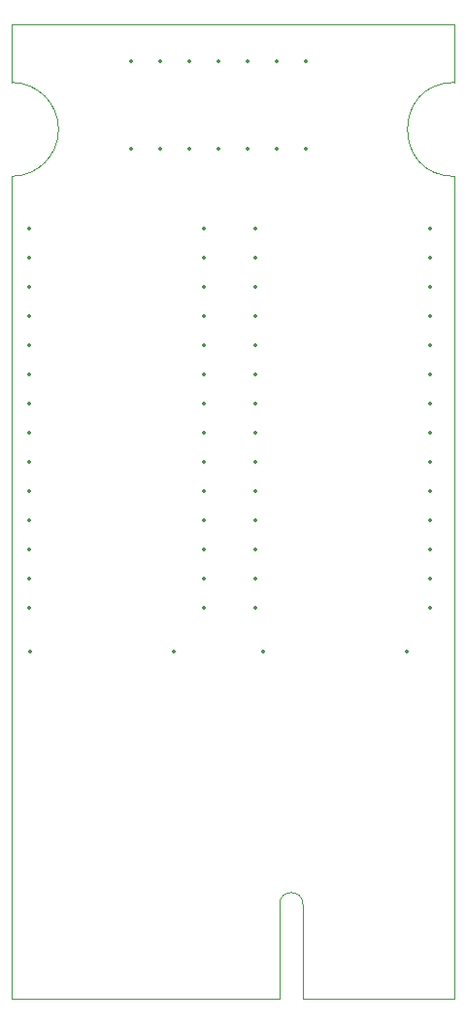
<source format=gko>
%TF.GenerationSoftware,KiCad,Pcbnew,8.0.6+1*%
%TF.CreationDate,2024-12-27T19:01:20+01:00*%
%TF.ProjectId,QL_ROM_Cartridge_original,514c5f52-4f4d-45f4-9361-727472696467,0*%
%TF.SameCoordinates,Original*%
%TF.FileFunction,Profile,NP*%
%FSLAX46Y46*%
G04 Gerber Fmt 4.6, Leading zero omitted, Abs format (unit mm)*
G04 Created by KiCad (PCBNEW 8.0.6+1) date 2024-12-27 19:01:20*
%MOMM*%
%LPD*%
G01*
G04 APERTURE LIST*
%TA.AperFunction,Profile*%
%ADD10C,0.100000*%
%TD*%
%ADD11C,0.350000*%
G04 APERTURE END LIST*
D10*
X100584000Y-59690000D02*
X61976000Y-59690000D01*
X85344000Y-136271000D02*
X85344000Y-144526000D01*
X100584000Y-72898000D02*
X100584000Y-144526000D01*
X85344000Y-144526000D02*
X61976000Y-144526000D01*
X61975990Y-72898760D02*
X61976000Y-144526000D01*
X87376000Y-144526000D02*
X87376000Y-136271000D01*
X100584000Y-144526000D02*
X87376000Y-144526000D01*
X61975990Y-64718440D02*
G75*
G02*
X61975990Y-72898760I10J-4090160D01*
G01*
X61976000Y-59690000D02*
X61976000Y-64719200D01*
X100584000Y-72899520D02*
G75*
G02*
X100584000Y-64719200I0J4090160D01*
G01*
X85344000Y-136271000D02*
G75*
G02*
X87376000Y-136271000I1016000J0D01*
G01*
X100584000Y-64719200D02*
X100584000Y-59690000D01*
D11*
X98425000Y-110490000D03*
X98425000Y-107950000D03*
X98425000Y-105410000D03*
X98425000Y-102870000D03*
X98425000Y-100330000D03*
X98425000Y-97790000D03*
X98425000Y-95250000D03*
X98425000Y-92710000D03*
X98425000Y-90170000D03*
X98425000Y-87630000D03*
X98425000Y-85090000D03*
X98425000Y-82550000D03*
X98425000Y-80010000D03*
X98425000Y-77470000D03*
X83185000Y-77470000D03*
X83185000Y-80010000D03*
X83185000Y-82550000D03*
X83185000Y-85090000D03*
X83185000Y-87630000D03*
X83185000Y-90170000D03*
X83185000Y-92710000D03*
X83185000Y-95250000D03*
X83185000Y-97790000D03*
X83185000Y-100330000D03*
X83185000Y-102870000D03*
X83185000Y-105410000D03*
X83185000Y-107950000D03*
X83185000Y-110490000D03*
X78745000Y-110480000D03*
X78745000Y-107940000D03*
X78745000Y-105400000D03*
X78745000Y-102860000D03*
X78745000Y-100320000D03*
X78745000Y-97780000D03*
X78745000Y-95240000D03*
X78745000Y-92700000D03*
X78745000Y-90160000D03*
X78745000Y-87620000D03*
X78745000Y-85080000D03*
X78745000Y-82540000D03*
X78745000Y-80000000D03*
X78745000Y-77460000D03*
X63505000Y-77460000D03*
X63505000Y-80000000D03*
X63505000Y-82540000D03*
X63505000Y-85080000D03*
X63505000Y-87620000D03*
X63505000Y-90160000D03*
X63505000Y-92700000D03*
X63505000Y-95240000D03*
X63505000Y-97780000D03*
X63505000Y-100320000D03*
X63505000Y-102860000D03*
X63505000Y-105400000D03*
X63505000Y-107940000D03*
X63505000Y-110480000D03*
X63580000Y-114300000D03*
X76080000Y-114300000D03*
X96420000Y-114300000D03*
X83920000Y-114300000D03*
X72390000Y-70485000D03*
X74930000Y-70485000D03*
X77470000Y-70485000D03*
X80010000Y-70485000D03*
X82550000Y-70485000D03*
X85090000Y-70485000D03*
X87630000Y-70485000D03*
X87630000Y-62865000D03*
X85090000Y-62865000D03*
X82550000Y-62865000D03*
X80010000Y-62865000D03*
X77470000Y-62865000D03*
X74930000Y-62865000D03*
X72390000Y-62865000D03*
M02*

</source>
